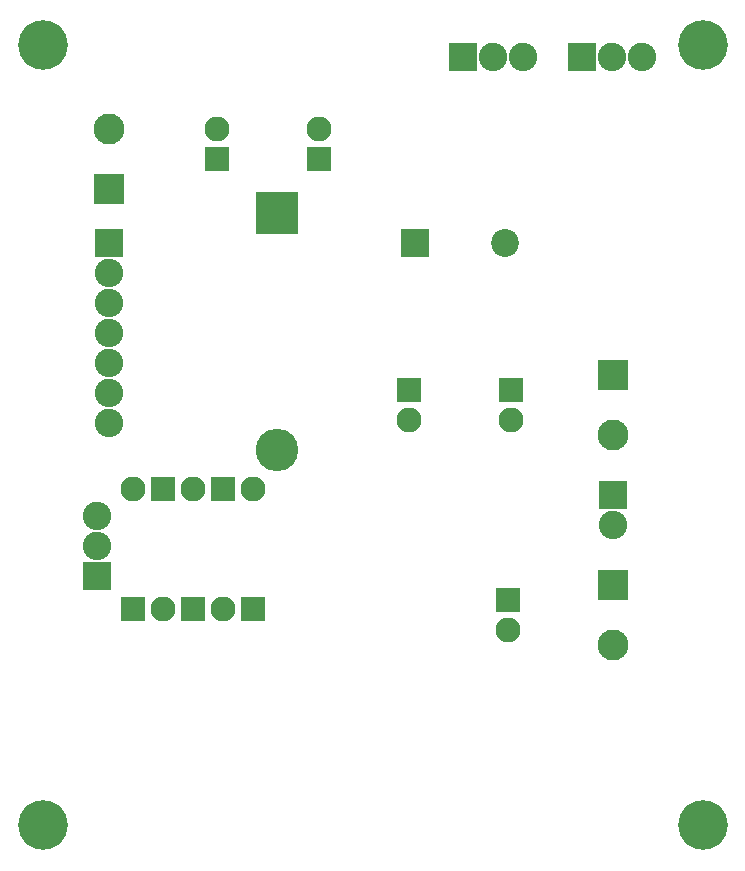
<source format=gbr>
G04 #@! TF.GenerationSoftware,KiCad,Pcbnew,(5.0.0)*
G04 #@! TF.CreationDate,2018-10-20T16:06:51+08:00*
G04 #@! TF.ProjectId,PSU 4CH V1,505355203443482056312E6B69636164,rev?*
G04 #@! TF.SameCoordinates,Original*
G04 #@! TF.FileFunction,Soldermask,Top*
G04 #@! TF.FilePolarity,Negative*
%FSLAX46Y46*%
G04 Gerber Fmt 4.6, Leading zero omitted, Abs format (unit mm)*
G04 Created by KiCad (PCBNEW (5.0.0)) date 10/20/18 16:06:51*
%MOMM*%
%LPD*%
G01*
G04 APERTURE LIST*
%ADD10C,4.200000*%
%ADD11C,2.116000*%
%ADD12R,2.116000X2.116000*%
%ADD13O,3.600000X3.600000*%
%ADD14R,3.600000X3.600000*%
%ADD15C,2.616000*%
%ADD16R,2.616000X2.616000*%
%ADD17C,2.416000*%
%ADD18R,2.416000X2.416000*%
%ADD19C,2.362000*%
%ADD20R,2.362000X2.362000*%
G04 APERTURE END LIST*
D10*
G04 #@! TO.C,REF\002A\002A*
X154940000Y-86360000D03*
G04 #@! TD*
G04 #@! TO.C,REF\002A\002A*
X99060000Y-86360000D03*
G04 #@! TD*
G04 #@! TO.C,REF\002A\002A*
X99060000Y-152400000D03*
G04 #@! TD*
D11*
G04 #@! TO.C,C9*
X113792000Y-93472000D03*
D12*
X113792000Y-96012000D03*
G04 #@! TD*
G04 #@! TO.C,C10*
X122428000Y-96012000D03*
D11*
X122428000Y-93472000D03*
G04 #@! TD*
G04 #@! TO.C,C12*
X138684000Y-118110000D03*
D12*
X138684000Y-115570000D03*
G04 #@! TD*
D11*
G04 #@! TO.C,C13*
X130048000Y-118110000D03*
D12*
X130048000Y-115570000D03*
G04 #@! TD*
G04 #@! TO.C,C15*
X138430000Y-133350000D03*
D11*
X138430000Y-135890000D03*
G04 #@! TD*
G04 #@! TO.C,D1*
X106680000Y-123952000D03*
D12*
X106677460Y-134111480D03*
G04 #@! TD*
D11*
G04 #@! TO.C,D2*
X109220000Y-134112000D03*
D12*
X109222540Y-123952520D03*
G04 #@! TD*
G04 #@! TO.C,D3*
X111757460Y-134111480D03*
D11*
X111760000Y-123952000D03*
G04 #@! TD*
G04 #@! TO.C,D4*
X114300000Y-134112000D03*
D12*
X114302540Y-123952520D03*
G04 #@! TD*
G04 #@! TO.C,D5*
X116837460Y-134111480D03*
D11*
X116840000Y-123952000D03*
G04 #@! TD*
D13*
G04 #@! TO.C,D6*
X118872000Y-120584000D03*
D14*
X118872000Y-100584000D03*
G04 #@! TD*
D15*
G04 #@! TO.C,J2*
X147320000Y-137160000D03*
D16*
X147320000Y-132080000D03*
G04 #@! TD*
D17*
G04 #@! TO.C,J3*
X147320000Y-127000000D03*
D18*
X147320000Y-124460000D03*
G04 #@! TD*
D16*
G04 #@! TO.C,J4*
X147320000Y-114300000D03*
D15*
X147320000Y-119380000D03*
G04 #@! TD*
D17*
G04 #@! TO.C,J5*
X103632000Y-126238000D03*
X103632000Y-128778000D03*
D18*
X103632000Y-131318000D03*
G04 #@! TD*
D19*
G04 #@! TO.C,L1*
X138176000Y-103124000D03*
D20*
X130556000Y-103124000D03*
G04 #@! TD*
D18*
G04 #@! TO.C,DAC1*
X144729200Y-87376000D03*
D17*
X147269200Y-87376000D03*
X149809200Y-87376000D03*
G04 #@! TD*
G04 #@! TO.C,DAC2*
X139700000Y-87376000D03*
X137160000Y-87376000D03*
D18*
X134620000Y-87376000D03*
G04 #@! TD*
D17*
G04 #@! TO.C,J1*
X104648000Y-118364000D03*
X104648000Y-115824000D03*
X104648000Y-113284000D03*
X104648000Y-110744000D03*
X104648000Y-108204000D03*
X104648000Y-105664000D03*
D18*
X104648000Y-103124000D03*
G04 #@! TD*
D15*
G04 #@! TO.C,J6*
X104648000Y-93472000D03*
D16*
X104648000Y-98552000D03*
G04 #@! TD*
D10*
G04 #@! TO.C,REF\002A\002A*
X154940000Y-152400000D03*
G04 #@! TD*
M02*

</source>
